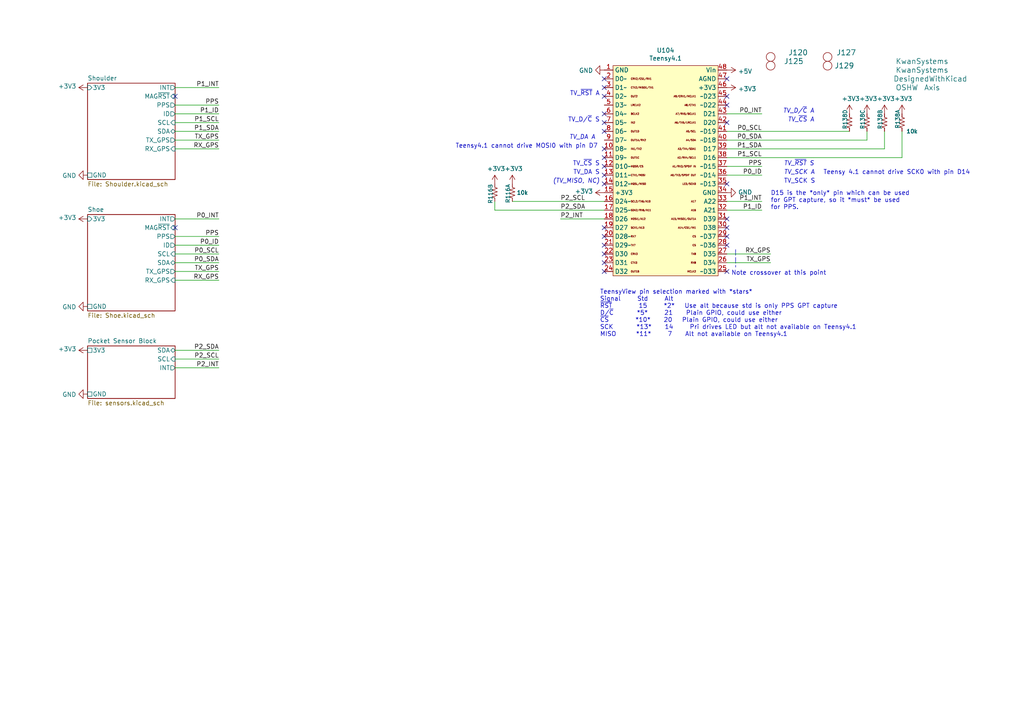
<source format=kicad_sch>
(kicad_sch (version 20211123) (generator eeschema)
  (paper "A4")
  (lib_symbols
    (symbol "KwanSystems:DesignedWithKicad" (pin_names (offset 1.016))
      (property "Value" "DesignedWithKicad" (at 0 0 0))
    )
    (symbol "KwanSystems:KwanSystems" (pin_names (offset 1.016))
      (property "Value" "KwanSystems" (at 0 0 0))
    )
    (symbol "KwanSystems:OSHW" (pin_names (offset 1.016))
      (property "Value" "OSHW" (at 0 0 0))
    )
    (symbol "KwanSystems:RP2" (pin_numbers hide) (pin_names (offset 0) hide)
      (property "Reference" "R" (at -1.27 1.27 0))
      (property "Value" "RP2" (at -1.27 -2.54 0))
      (symbol "RP2_0_1"
        (polyline (pts (xy 0 0) (xy -0.254 0.762) (xy -0.762 -0.762) (xy -1.27 0.762) (xy -1.524 0)))
        (polyline (pts (xy 0 0) (xy 0.254 -0.762) (xy 0.762 0.762) (xy 1.27 -0.762) (xy 1.524 0)))
      )
      (symbol "RP2_1_1"
        (pin passive line (at -2.54 0 0) (length 0.9906) (name "4") (number "1"))
        (pin passive line (at 2.54 0 180) (length 0.9906) (name "3") (number "4"))
      )
      (symbol "RP2_2_1"
        (pin passive line (at -2.54 0 0) (length 0.9906) (name "4") (number "2"))
        (pin passive line (at 2.54 0 180) (length 0.9906) (name "3") (number "3"))
      )
    )
    (symbol "KwanSystems:RP4" (pin_numbers hide) (pin_names (offset 0) hide)
      (property "Reference" "R" (at -1.27 1.27 0))
      (property "Value" "RP4" (at -1.27 -2.54 0))
      (symbol "RP4_0_1"
        (polyline (pts (xy 0 0) (xy -0.254 0.762) (xy -0.762 -0.762) (xy -1.27 0.762) (xy -1.524 0)))
        (polyline (pts (xy 0 0) (xy 0.254 -0.762) (xy 0.762 0.762) (xy 1.27 -0.762) (xy 1.524 0)))
      )
      (symbol "RP4_1_1"
        (pin passive line (at -2.54 0 0) (length 0.9906) (name "4") (number "1"))
        (pin passive line (at 2.54 0 180) (length 0.9906) (name "5") (number "8"))
      )
      (symbol "RP4_2_1"
        (pin passive line (at -2.54 0 0) (length 0.9906) (name "4") (number "2"))
        (pin passive line (at 2.54 0 180) (length 0.9906) (name "5") (number "7"))
      )
      (symbol "RP4_3_1"
        (pin passive line (at -2.54 0 0) (length 0.9906) (name "4") (number "3"))
        (pin passive line (at 2.54 0 180) (length 0.9906) (name "5") (number "6"))
      )
      (symbol "RP4_4_1"
        (pin passive line (at -2.54 0 0) (length 0.9906) (name "4") (number "4"))
        (pin passive line (at 2.54 0 180) (length 0.9906) (name "5") (number "5"))
      )
    )
    (symbol "KwanSystems:STANDOFF" (pin_names (offset 1.016))
      (property "Reference" "J" (at 0 3.81 0))
      (property "Value" "STANDOFF" (at 0 -3.81 0))
      (symbol "STANDOFF_0_1"
        (circle (center 0 0) (radius 1.27))
      )
    )
    (symbol "KwanSystems:Teensy4.1"
      (property "Reference" "U" (at -15.24 33.02 0))
      (property "Value" "Teensy4.1" (at 15.24 -30.48 0))
      (symbol "Teensy4.1_0_0"
        (rectangle (start -15.24 31.75) (end 15.24 -29.21) (fill (type background)))
        (text "A0/TX3/SPDIF OUT" (at 8.89 0 0) (effects (font (size 0.508 0.508)) (justify right)))
        (text "A1/RX3/SPDIF IN" (at 8.89 2.54 0) (effects (font (size 0.508 0.508)) (justify right)))
        (text "A14/CS1/IN1" (at 8.89 -15.24 0) (effects (font (size 0.508 0.508)) (justify right)))
        (text "A15/MISO1/OUT1A" (at 8.89 -12.7 0) (effects (font (size 0.508 0.508)) (justify right)))
        (text "A16" (at 8.89 -10.16 0) (effects (font (size 0.508 0.508)) (justify right)))
        (text "A17" (at 8.89 -7.62 0) (effects (font (size 0.508 0.508)) (justify right)))
        (text "A2/RX4/SCL1" (at 8.89 5.08 0) (effects (font (size 0.508 0.508)) (justify right)))
        (text "A3/TX4/SDA1" (at 8.89 7.62 0) (effects (font (size 0.508 0.508)) (justify right)))
        (text "A4/SDA" (at 8.89 10.16 0) (effects (font (size 0.508 0.508)) (justify right)))
        (text "A5/SCL" (at 8.89 12.7 0) (effects (font (size 0.508 0.508)) (justify right)))
        (text "A6/TX5/LRCLK1" (at 8.89 15.24 0) (effects (font (size 0.508 0.508)) (justify right)))
        (text "A7/RX5/BCLK1" (at 8.89 17.78 0) (effects (font (size 0.508 0.508)) (justify right)))
        (text "A8/CTX1" (at 8.89 20.32 0) (effects (font (size 0.508 0.508)) (justify right)))
        (text "A9/CRX1/MCLK1" (at 8.89 22.86 0) (effects (font (size 0.508 0.508)) (justify right)))
        (text "BCLK2" (at -10.16 17.78 0) (effects (font (size 0.508 0.508)) (justify left)))
        (text "CRX2/CS1/RX1" (at -10.16 27.94 0) (effects (font (size 0.508 0.508)) (justify left)))
        (text "CRX3" (at -10.16 -22.86 0) (effects (font (size 0.508 0.508)) (justify left)))
        (text "CS" (at 8.89 -20.32 0) (effects (font (size 0.508 0.508)) (justify right)))
        (text "CS" (at 8.89 -17.78 0) (effects (font (size 0.508 0.508)) (justify right)))
        (text "CTX1/MOSI" (at -10.16 0 0) (effects (font (size 0.508 0.508)) (justify left)))
        (text "CTX2/MISO1/TX1" (at -10.16 25.4 0) (effects (font (size 0.508 0.508)) (justify left)))
        (text "CTX3" (at -10.16 -25.4 0) (effects (font (size 0.508 0.508)) (justify left)))
        (text "IN1/TX2" (at -10.16 7.62 0) (effects (font (size 0.508 0.508)) (justify left)))
        (text "IN2" (at -10.16 15.24 0) (effects (font (size 0.508 0.508)) (justify left)))
        (text "LED/SCK0" (at 8.89 -2.54 0) (effects (font (size 0.508 0.508)) (justify right)))
        (text "LRCLK2" (at -10.16 20.32 0) (effects (font (size 0.508 0.508)) (justify left)))
        (text "MCLK2" (at 8.89 -27.94 0) (effects (font (size 0.508 0.508)) (justify right)))
        (text "MOSI1/A12" (at -10.16 -12.7 0) (effects (font (size 0.508 0.508)) (justify left)))
        (text "MQSL/MISO" (at -10.16 -2.54 0) (effects (font (size 0.508 0.508)) (justify left)))
        (text "MQSR/CS" (at -10.16 2.54 0) (effects (font (size 0.508 0.508)) (justify left)))
        (text "OUT1A/RX2" (at -10.16 10.16 0) (effects (font (size 0.508 0.508)) (justify left)))
        (text "OUT1B" (at -10.16 -27.94 0) (effects (font (size 0.508 0.508)) (justify left)))
        (text "OUT1C" (at -10.16 5.08 0) (effects (font (size 0.508 0.508)) (justify left)))
        (text "OUT1D" (at -10.16 12.7 0) (effects (font (size 0.508 0.508)) (justify left)))
        (text "OUT2" (at -10.16 22.86 0) (effects (font (size 0.508 0.508)) (justify left)))
        (text "RX7" (at -10.16 -17.78 0) (effects (font (size 0.508 0.508)) (justify left)))
        (text "RX8" (at 8.89 -25.4 0) (effects (font (size 0.508 0.508)) (justify right)))
        (text "SCK1/A13" (at -10.16 -15.24 0) (effects (font (size 0.508 0.508)) (justify left)))
        (text "SCL2/TX6/A10" (at -10.16 -7.62 0) (effects (font (size 0.508 0.508)) (justify left)))
        (text "SDA2/RX6/A11" (at -10.16 -10.16 0) (effects (font (size 0.508 0.508)) (justify left)))
        (text "TX7" (at -10.16 -20.32 0) (effects (font (size 0.508 0.508)) (justify left)))
        (text "TX8" (at 8.89 -22.86 0) (effects (font (size 0.508 0.508)) (justify right)))
      )
      (symbol "Teensy4.1_1_1"
        (pin passive line (at -17.78 30.48 0) (length 2.54) (name "GND") (number "1"))
        (pin bidirectional line (at -17.78 7.62 0) (length 2.54) (name "D8~") (number "10"))
        (pin bidirectional line (at -17.78 5.08 0) (length 2.54) (name "D9~") (number "11"))
        (pin bidirectional line (at -17.78 2.54 0) (length 2.54) (name "D10~") (number "12"))
        (pin bidirectional line (at -17.78 0 0) (length 2.54) (name "D11~") (number "13"))
        (pin bidirectional line (at -17.78 -2.54 0) (length 2.54) (name "D12~") (number "14"))
        (pin passive line (at -17.78 -5.08 0) (length 2.54) (name "+3V3") (number "15"))
        (pin bidirectional line (at -17.78 -7.62 0) (length 2.54) (name "D24~") (number "16"))
        (pin bidirectional line (at -17.78 -10.16 0) (length 2.54) (name "D25~") (number "17"))
        (pin bidirectional line (at -17.78 -12.7 0) (length 2.54) (name "D26") (number "18"))
        (pin bidirectional line (at -17.78 -15.24 0) (length 2.54) (name "D27") (number "19"))
        (pin bidirectional line (at -17.78 27.94 0) (length 2.54) (name "D0~") (number "2"))
        (pin bidirectional line (at -17.78 -17.78 0) (length 2.54) (name "D28~") (number "20"))
        (pin bidirectional line (at -17.78 -20.32 0) (length 2.54) (name "D29~") (number "21"))
        (pin bidirectional line (at -17.78 -22.86 0) (length 2.54) (name "D30") (number "22"))
        (pin bidirectional line (at -17.78 -25.4 0) (length 2.54) (name "D31") (number "23"))
        (pin bidirectional line (at -17.78 -27.94 0) (length 2.54) (name "D32") (number "24"))
        (pin bidirectional line (at 17.78 -27.94 180) (length 2.54) (name "~D33") (number "25"))
        (pin bidirectional line (at 17.78 -25.4 180) (length 2.54) (name "D34") (number "26"))
        (pin bidirectional line (at 17.78 -22.86 180) (length 2.54) (name "D35") (number "27"))
        (pin bidirectional line (at 17.78 -20.32 180) (length 2.54) (name "~D36") (number "28"))
        (pin bidirectional line (at 17.78 -17.78 180) (length 2.54) (name "~D37") (number "29"))
        (pin bidirectional line (at -17.78 25.4 0) (length 2.54) (name "D1~") (number "3"))
        (pin bidirectional line (at 17.78 -15.24 180) (length 2.54) (name "D38") (number "30"))
        (pin bidirectional line (at 17.78 -12.7 180) (length 2.54) (name "D39") (number "31"))
        (pin bidirectional line (at 17.78 -10.16 180) (length 2.54) (name "A21") (number "32"))
        (pin bidirectional line (at 17.78 -7.62 180) (length 2.54) (name "A22") (number "33"))
        (pin power_out line (at 17.78 -5.08 180) (length 2.54) (name "GND") (number "34"))
        (pin bidirectional line (at 17.78 -2.54 180) (length 2.54) (name "~D13") (number "35"))
        (pin bidirectional line (at 17.78 0 180) (length 2.54) (name "~D14") (number "36"))
        (pin bidirectional line (at 17.78 2.54 180) (length 2.54) (name "~D15") (number "37"))
        (pin bidirectional line (at 17.78 5.08 180) (length 2.54) (name "D16") (number "38"))
        (pin bidirectional line (at 17.78 7.62 180) (length 2.54) (name "D17") (number "39"))
        (pin bidirectional line (at -17.78 22.86 0) (length 2.54) (name "D2~") (number "4"))
        (pin bidirectional line (at 17.78 10.16 180) (length 2.54) (name "~D18") (number "40"))
        (pin bidirectional line (at 17.78 12.7 180) (length 2.54) (name "~D19") (number "41"))
        (pin bidirectional line (at 17.78 15.24 180) (length 2.54) (name "D20") (number "42"))
        (pin bidirectional line (at 17.78 17.78 180) (length 2.54) (name "D21") (number "43"))
        (pin bidirectional line (at 17.78 20.32 180) (length 2.54) (name "~D22") (number "44"))
        (pin bidirectional line (at 17.78 22.86 180) (length 2.54) (name "~D23") (number "45"))
        (pin power_out line (at 17.78 25.4 180) (length 2.54) (name "+3V3") (number "46"))
        (pin passive line (at 17.78 27.94 180) (length 2.54) (name "AGND") (number "47"))
        (pin bidirectional line (at 17.78 30.48 180) (length 2.54) (name "Vin") (number "48"))
        (pin bidirectional line (at -17.78 20.32 0) (length 2.54) (name "D3~") (number "5"))
        (pin bidirectional line (at -17.78 17.78 0) (length 2.54) (name "D4~") (number "6"))
        (pin bidirectional line (at -17.78 15.24 0) (length 2.54) (name "D5~") (number "7"))
        (pin bidirectional line (at -17.78 12.7 0) (length 2.54) (name "D6~") (number "8"))
        (pin bidirectional line (at -17.78 10.16 0) (length 2.54) (name "D7~") (number "9"))
      )
    )
    (symbol "power:+3V3" (power) (pin_names (offset 0))
      (property "Value" "+3V3" (at 0 3.556 0))
      (symbol "+3V3_0_1"
        (polyline (pts (xy -0.762 1.27) (xy 0 2.54)))
        (polyline (pts (xy 0 0) (xy 0 2.54)))
        (polyline (pts (xy 0 2.54) (xy 0.762 1.27)))
      )
      (symbol "+3V3_1_1"
        (pin power_in line (at 0 0 90) (length 0) hide (name "+3V3") (number "1"))
      )
    )
    (symbol "power:+5V" (power) (pin_names (offset 0))
      (property "Value" "+5V" (at 0 3.556 0))
      (symbol "+5V_0_1"
        (polyline (pts (xy -0.762 1.27) (xy 0 2.54)))
        (polyline (pts (xy 0 0) (xy 0 2.54)))
        (polyline (pts (xy 0 2.54) (xy 0.762 1.27)))
      )
      (symbol "+5V_1_1"
        (pin power_in line (at 0 0 90) (length 0) hide (name "+5V") (number "1"))
      )
    )
    (symbol "power:GND" (power) (pin_names (offset 0))
      (property "Value" "GND" (at 0 -3.81 0))
      (symbol "GND_0_1"
        (polyline (pts (xy 0 0) (xy 0 -1.27) (xy 1.27 -1.27) (xy 0 -2.54) (xy -1.27 -1.27) (xy 0 -1.27)))
      )
      (symbol "GND_1_1"
        (pin power_in line (at 0 0 270) (length 0) hide (name "GND") (number "1"))
      )
    )
  )
  (no_connect (at 210.82 68.58))
  (no_connect (at 175.26 33.02))
  (no_connect (at 175.26 76.2))
  (no_connect (at 210.82 22.86))
  (no_connect (at 175.26 43.18))
  (no_connect (at 175.26 25.4))
  (no_connect (at 50.8 66.04))
  (no_connect (at 175.26 48.26))
  (no_connect (at 175.26 78.74))
  (no_connect (at 210.82 66.04))
  (no_connect (at 175.26 22.86))
  (no_connect (at 175.26 35.56))
  (no_connect (at 175.26 50.8))
  (no_connect (at 175.26 53.34))
  (no_connect (at 210.82 78.74))
  (no_connect (at 175.26 45.72))
  (no_connect (at 175.26 66.04))
  (no_connect (at 210.82 35.56))
  (no_connect (at 210.82 71.12))
  (no_connect (at 175.26 68.58))
  (no_connect (at 210.82 63.5))
  (no_connect (at 50.8 27.94))
  (no_connect (at 175.26 71.12))
  (no_connect (at 210.82 53.34))
  (no_connect (at 210.82 27.94))
  (no_connect (at 175.26 27.94))
  (no_connect (at 210.82 30.48))
  (no_connect (at 175.26 38.1))
  (no_connect (at 175.26 73.66))
  (wire (pts (xy 50.8 40.64) (xy 63.5 40.64)))
  (wire (pts (xy 50.8 81.28) (xy 63.5 81.28)))
  (wire (pts (xy 50.8 63.5) (xy 63.5 63.5)))
  (wire (pts (xy 210.82 45.72) (xy 261.62 45.72)))
  (polyline (pts (xy 213.36 72.39) (xy 213.36 77.47)))
  (wire (pts (xy 50.8 101.6) (xy 63.5 101.6)))
  (wire (pts (xy 210.82 33.02) (xy 220.98 33.02)))
  (wire (pts (xy 223.52 76.2) (xy 210.82 76.2)))
  (wire (pts (xy 175.26 58.42) (xy 148.59 58.42)))
  (wire (pts (xy 50.8 30.48) (xy 63.5 30.48)))
  (wire (pts (xy 223.52 73.66) (xy 210.82 73.66)))
  (wire (pts (xy 50.8 106.68) (xy 63.5 106.68)))
  (wire (pts (xy 50.8 38.1) (xy 63.5 38.1)))
  (wire (pts (xy 210.82 48.26) (xy 220.98 48.26)))
  (wire (pts (xy 261.62 45.72) (xy 261.62 38.1)))
  (wire (pts (xy 220.98 58.42) (xy 210.82 58.42)))
  (wire (pts (xy 50.8 43.18) (xy 63.5 43.18)))
  (wire (pts (xy 143.51 60.96) (xy 175.26 60.96)))
  (wire (pts (xy 50.8 33.02) (xy 63.5 33.02)))
  (wire (pts (xy 50.8 78.74) (xy 63.5 78.74)))
  (wire (pts (xy 210.82 38.1) (xy 246.38 38.1)))
  (wire (pts (xy 256.54 43.18) (xy 256.54 38.1)))
  (wire (pts (xy 220.98 50.8) (xy 210.82 50.8)))
  (wire (pts (xy 210.82 43.18) (xy 256.54 43.18)))
  (wire (pts (xy 175.26 63.5) (xy 162.56 63.5)))
  (wire (pts (xy 50.8 35.56) (xy 63.5 35.56)))
  (wire (pts (xy 251.46 40.64) (xy 251.46 38.1)))
  (wire (pts (xy 220.98 60.96) (xy 210.82 60.96)))
  (wire (pts (xy 143.51 60.96) (xy 143.51 58.42)))
  (wire (pts (xy 50.8 68.58) (xy 63.5 68.58)))
  (wire (pts (xy 50.8 76.2) (xy 63.5 76.2)))
  (wire (pts (xy 210.82 40.64) (xy 251.46 40.64)))
  (wire (pts (xy 50.8 104.14) (xy 63.5 104.14)))
  (wire (pts (xy 50.8 25.4) (xy 63.5 25.4)))
  (wire (pts (xy 50.8 71.12) (xy 63.5 71.12)))
  (wire (pts (xy 50.8 73.66) (xy 63.5 73.66)))
  (text "TV_~{RST} S" (at 227.33 48.26 0) (effects (font (size 1.27 1.27) italic) (justify left bottom)))
  (text "TV_SCK A" (at 227.33 50.8 0) (effects (font (size 1.27 1.27) italic) (justify left bottom)))
  (text "TV_~{RST} A" (at 173.99 27.94 180) (effects (font (size 1.27 1.27)) (justify right bottom)))
  (text "TeensyView pin selection marked with *stars*\nSignal     Std     Alt    \n~{RST}        15     *2*   Use alt because std is only PPS GPT capture\nD/~{C}       *5*     21    Plain GPIO, could use either\n~{CS}        *10*    20   Plain GPIO, could use either\nSCK       *13*    14     Pri drives LED but alt not available on Teensy4.1\nMISO      *11*     7    Alt not available on Teensy4.1" (at 173.99 97.79 0) (effects (font (size 1.27 1.27)) (justify left bottom)))
  (text "(TV_MISO, NC)" (at 173.99 53.34 180) (effects (font (size 1.27 1.27) italic) (justify right bottom)))
  (text "Teensy 4.1 cannot drive SCK0 with pin D14" (at 238.76 50.8 0) (effects (font (size 1.27 1.27)) (justify left bottom)))
  (text "TV_D/~{C} A" (at 236.22 33.02 180) (effects (font (size 1.27 1.27) italic) (justify right bottom)))
  (text "Teensy4.1 cannot drive MOSI0 with pin D7" (at 132.08 43.18 0) (effects (font (size 1.27 1.27)) (justify left bottom)))
  (text "TV_D/~{C} S" (at 173.99 35.56 180) (effects (font (size 1.27 1.27)) (justify right bottom)))
  (text "TV_~{CS} A" (at 236.22 35.56 180) (effects (font (size 1.27 1.27) italic) (justify right bottom)))
  (text "D15 is the *only* pin which can be used\nfor GPT capture, so it *must* be used\nfor PPS." (at 223.52 60.96 0) (effects (font (size 1.27 1.27)) (justify left bottom)))
  (text "TV_DA S\n" (at 173.99 50.8 180) (effects (font (size 1.27 1.27)) (justify right bottom)))
  (text "TV_~{CS} S" (at 173.99 48.26 180) (effects (font (size 1.27 1.27)) (justify right bottom)))
  (text "TV_SCK S" (at 227.33 53.34 0) (effects (font (size 1.27 1.27)) (justify left bottom)))
  (text "Note crossover at this point" (at 212.09 80.01 0) (effects (font (size 1.27 1.27)) (justify left bottom)))
  (text "TV_DA A\n" (at 172.72 40.64 180) (effects (font (size 1.27 1.27) italic) (justify right bottom)))
  (label "P0_SDA" (at 63.5 76.2 180))
  (label "P2_INT" (at 63.5 106.68 180))
  (label "P0_SCL" (at 220.98 38.1 180))
  (label "TX_GPS" (at 63.5 40.64 180))
  (label "P1_INT" (at 220.98 58.42 180))
  (label "P2_INT" (at 162.56 63.5 0))
  (label "P1_ID" (at 220.98 60.96 180))
  (label "P1_SCL" (at 63.5 35.56 180))
  (label "P0_ID" (at 63.5 71.12 180))
  (label "P1_ID" (at 63.5 33.02 180))
  (label "P2_SCL" (at 162.56 58.42 0))
  (label "P0_SDA" (at 220.98 40.64 180))
  (label "P1_SDA" (at 220.98 43.18 180))
  (label "PPS" (at 220.98 48.26 180))
  (label "PPS" (at 63.5 30.48 180))
  (label "P0_INT" (at 220.98 33.02 180))
  (label "P2_SCL" (at 63.5 104.14 180))
  (label "P1_SDA" (at 63.5 38.1 180))
  (label "P1_SCL" (at 220.98 45.72 180))
  (label "RX_GPS" (at 63.5 81.28 180))
  (label "P0_SCL" (at 63.5 73.66 180))
  (label "P2_SDA" (at 63.5 101.6 180))
  (label "TX_GPS" (at 63.5 78.74 180))
  (label "TX_GPS" (at 223.52 76.2 180))
  (label "RX_GPS" (at 63.5 43.18 180))
  (label "RX_GPS" (at 223.52 73.66 180))
  (label "P0_ID" (at 220.98 50.8 180))
  (label "P1_INT" (at 63.5 25.4 180))
  (label "PPS" (at 63.5 68.58 180))
  (label "P0_INT" (at 63.5 63.5 180))
  (label "P2_SDA" (at 162.56 60.96 0))
  (symbol (lib_id "KwanSystems:DesignedWithKicad") (at 257.81 22.86 0) (unit 1)
    (property "Reference" "G103" (effects hide))
    (property "Value" "DesignedWithKicad" (at 259.08 22.86 0) (effects (font (size 1.524 1.524)) (justify left)))
    (property "Footprint" "KwanSystems:Symbol_KiCAD-Logo_CopperAndSilkScreenTop_small" (effects hide))
  )
  (symbol (lib_id "KwanSystems:STANDOFF") (at 240.03 16.51 0) (unit 1)
    (property "Reference" "J127" (at 242.57 15.24 0) (effects (font (size 1.524 1.524)) (justify left)))
    (property "Value" "STANDOFF" (effects hide))
    (property "Footprint" "KwanSystems:STANDOFF_NONPLATED" (effects hide))
  )
  (symbol (lib_id "power:+3V3") (at 175.26 55.88 90) (unit 1)
    (property "Reference" "#PWR0113" (effects hide))
    (property "Value" "+3V3" (at 172.0088 55.499 90) (effects (justify left)))
  )
  (symbol (lib_id "power:+3V3") (at 261.62 33.02 0) (unit 1)
    (property "Reference" "#PWR0105" (effects hide))
    (property "Value" "+3V3" (at 262.001 28.6258 0))
  )
  (symbol (lib_id "power:+3V3") (at 143.51 53.34 0) (unit 1)
    (property "Reference" "#PWR0108" (effects hide))
    (property "Value" "+3V3" (at 143.891 48.9458 0))
  )
  (symbol (lib_id "KwanSystems:KwanSystems") (at 259.08 17.78 0) (unit 1)
    (property "Reference" "G101" (effects hide))
    (property "Value" "KwanSystems" (at 259.715 17.78 0) (effects (font (size 1.524 1.524)) (justify left)))
    (property "Footprint" "KwanSystems:StKwansSoldermask" (effects hide))
  )
  (symbol (lib_id "power:GND") (at 25.4 114.3 270) (unit 1)
    (property "Reference" "#PWR0117" (effects hide))
    (property "Value" "GND" (at 22.1488 114.427 90) (effects (justify right)))
  )
  (symbol (lib_id "power:+5V") (at 210.82 20.32 270) (unit 1)
    (property "Reference" "#PWR0103" (effects hide))
    (property "Value" "+5V" (at 214.0712 20.701 90) (effects (justify left)))
  )
  (symbol (lib_id "power:GND") (at 210.82 55.88 90) (unit 1)
    (property "Reference" "#PWR0101" (effects hide))
    (property "Value" "GND" (at 214.0712 55.753 90) (effects (justify right)))
  )
  (symbol (lib_id "KwanSystems:OSHW") (at 273.05 27.94 0) (unit 1)
    (property "Reference" "G105" (effects hide))
    (property "Value" "Axis" (at 267.97 25.4 0) (effects (font (size 1.524 1.524)) (justify left)))
    (property "Footprint" "KwanSystems:Axis" (effects hide))
  )
  (symbol (lib_id "KwanSystems:RP4") (at 256.54 35.56 90) (unit 2)
    (property "Reference" "R138" (at 255.27 31.75 0) (effects (font (size 1.143 1.143)) (justify right)))
    (property "Value" "10k" (at 262.89 38.1 90) (effects (font (size 1.143 1.143)) (justify right)))
    (property "Footprint" "KwanSystems:R_Array_Convex_4x0402" (effects hide))
  )
  (symbol (lib_id "KwanSystems:RP4") (at 246.38 35.56 90) (unit 4)
    (property "Reference" "R138" (at 245.11 31.75 0) (effects (font (size 1.143 1.143)) (justify right)))
    (property "Value" "10k" (at 262.89 38.1 90) (effects (font (size 1.143 1.143)) (justify right)))
    (property "Footprint" "KwanSystems:R_Array_Convex_4x0402" (effects hide))
  )
  (symbol (lib_id "power:+3V3") (at 25.4 63.5 90) (unit 1)
    (property "Reference" "#PWR0114" (effects hide))
    (property "Value" "+3V3" (at 22.1488 63.119 90) (effects (justify left)))
  )
  (symbol (lib_id "KwanSystems:Teensy4.1") (at 193.04 50.8 0) (unit 1)
    (property "Reference" "U104" (at 193.04 14.605 0))
    (property "Value" "Teensy4.1" (at 193.04 16.9164 0))
    (property "Footprint" "KwanSystems:Teensy2x24" (effects hide))
    (property "Digikey" "1568-DEV-16771-ND" (effects hide))
    (property "Purpose" "Microcontroller" (effects hide))
  )
  (symbol (lib_id "power:+3V3") (at 25.4 101.6 90) (unit 1)
    (property "Reference" "#PWR0116" (effects hide))
    (property "Value" "+3V3" (at 22.1488 101.219 90) (effects (justify left)))
  )
  (symbol (lib_id "KwanSystems:KwanSystems") (at 259.08 20.32 0) (unit 1)
    (property "Reference" "G102" (effects hide))
    (property "Value" "KwanSystems" (at 259.715 20.32 0) (effects (font (size 1.524 1.524)) (justify left)))
    (property "Footprint" "KwanSystems:StKwansSoldermask" (effects hide))
  )
  (symbol (lib_id "power:+3V3") (at 25.4 25.4 90) (unit 1)
    (property "Reference" "#PWR0110" (effects hide))
    (property "Value" "+3V3" (at 22.1488 25.019 90) (effects (justify left)))
  )
  (symbol (lib_id "power:GND") (at 25.4 50.8 270) (unit 1)
    (property "Reference" "#PWR0111" (effects hide))
    (property "Value" "GND" (at 22.1488 50.927 90) (effects (justify right)))
  )
  (symbol (lib_id "KwanSystems:STANDOFF") (at 223.52 19.05 0) (unit 1)
    (property "Reference" "J125" (at 227.33 17.78 0) (effects (font (size 1.524 1.524)) (justify left)))
    (property "Value" "STANDOFF" (effects hide))
    (property "Footprint" "KwanSystems:STANDOFF_NONPLATED" (effects hide))
  )
  (symbol (lib_id "KwanSystems:RP4") (at 261.62 35.56 90) (unit 1)
    (property "Reference" "R138" (at 260.35 31.75 0) (effects (font (size 1.143 1.143)) (justify right)))
    (property "Value" "10k" (at 262.89 38.1 90) (effects (font (size 1.143 1.143)) (justify right)))
    (property "Footprint" "KwanSystems:R_Array_Convex_4x0402" (effects hide))
  )
  (symbol (lib_id "KwanSystems:RP2") (at 143.51 55.88 90) (unit 2)
    (property "Reference" "R116" (at 142.24 53.34 0) (effects (font (size 1.143 1.143)) (justify right)))
    (property "Value" "10k" (at 149.86 55.88 90) (effects (font (size 1.143 1.143)) (justify right)))
    (property "Footprint" "KwanSystems:R_Array_Convex_2x0402" (effects hide))
  )
  (symbol (lib_id "KwanSystems:RP4") (at 251.46 35.56 90) (unit 3)
    (property "Reference" "R138" (at 250.19 31.75 0) (effects (font (size 1.143 1.143)) (justify right)))
    (property "Value" "10k" (at 262.89 38.1 90) (effects (font (size 1.143 1.143)) (justify right)))
    (property "Footprint" "KwanSystems:R_Array_Convex_4x0402" (effects hide))
  )
  (symbol (lib_id "KwanSystems:OSHW") (at 259.08 25.4 0) (unit 1)
    (property "Reference" "G104" (effects hide))
    (property "Value" "OSHW" (at 259.715 25.4 0) (effects (font (size 1.524 1.524)) (justify left)))
    (property "Footprint" "KwanSystems:OSHW-Symbol_6.7x6mm_SolderMask" (effects hide))
  )
  (symbol (lib_id "power:+3V3") (at 251.46 33.02 0) (unit 1)
    (property "Reference" "#PWR0107" (effects hide))
    (property "Value" "+3V3" (at 251.841 28.6258 0))
  )
  (symbol (lib_id "KwanSystems:STANDOFF") (at 223.52 16.51 0) (unit 1)
    (property "Reference" "J120" (at 228.6 15.24 0) (effects (font (size 1.524 1.524)) (justify left)))
    (property "Value" "STANDOFF" (effects hide))
    (property "Footprint" "KwanSystems:STANDOFF_NONPLATED" (effects hide))
  )
  (symbol (lib_id "KwanSystems:STANDOFF") (at 240.03 19.05 0) (unit 1)
    (property "Reference" "J129" (at 242.0112 19.05 0) (effects (font (size 1.524 1.524)) (justify left)))
    (property "Value" "STANDOFF" (effects hide))
    (property "Footprint" "KwanSystems:STANDOFF_NONPLATED" (effects hide))
  )
  (symbol (lib_id "KwanSystems:RP2") (at 148.59 55.88 90) (unit 1)
    (property "Reference" "R116" (at 147.32 53.34 0) (effects (font (size 1.143 1.143)) (justify right)))
    (property "Value" "10k" (at 149.86 55.88 90) (effects (font (size 1.143 1.143)) (justify right)))
    (property "Footprint" "KwanSystems:R_Array_Convex_2x0402" (effects hide))
  )
  (symbol (lib_id "power:GND") (at 175.26 20.32 270) (unit 1)
    (property "Reference" "#PWR0109" (effects hide))
    (property "Value" "GND" (at 172.0088 20.447 90) (effects (justify right)))
  )
  (symbol (lib_id "power:+3V3") (at 256.54 33.02 0) (unit 1)
    (property "Reference" "#PWR0104" (effects hide))
    (property "Value" "+3V3" (at 256.921 28.6258 0))
  )
  (symbol (lib_id "power:+3V3") (at 148.59 53.34 0) (unit 1)
    (property "Reference" "#PWR0112" (effects hide))
    (property "Value" "+3V3" (at 148.971 48.9458 0))
  )
  (symbol (lib_id "power:+3V3") (at 246.38 33.02 0) (unit 1)
    (property "Reference" "#PWR0106" (effects hide))
    (property "Value" "+3V3" (at 246.761 28.6258 0))
  )
  (symbol (lib_id "power:+3V3") (at 210.82 25.4 270) (unit 1)
    (property "Reference" "#PWR0102" (effects hide))
    (property "Value" "+3V3" (at 214.0712 25.781 90) (effects (justify left)))
  )
  (symbol (lib_id "power:GND") (at 25.4 88.9 270) (unit 1)
    (property "Reference" "#PWR0115" (effects hide))
    (property "Value" "GND" (at 22.1488 89.027 90) (effects (justify right)))
  )
  (sheet (at 25.4 62.23) (size 25.4 27.94) (stroke (width 0.1524))
    (property "Sheet name" "Shoe" (at 25.4 61.5184 0) (effects (justify left bottom)))
    (property "Sheet file" "Shoe.kicad_sch" (at 25.4 90.7546 0) (effects (justify left top)))
    (pin "PPS" output (at 50.8 68.58 0))
    (pin "INT" output (at 50.8 63.5 0))
    (pin "MAG~{RST}" input (at 50.8 66.04 0))
    (pin "ID" output (at 50.8 71.12 0))
    (pin "GND" passive (at 25.4 88.9 180))
    (pin "3V3" input (at 25.4 63.5 180))
    (pin "SCL" input (at 50.8 73.66 0))
    (pin "SDA" bidirectional (at 50.8 76.2 0))
    (pin "RX_GPS" input (at 50.8 81.28 0))
    (pin "TX_GPS" output (at 50.8 78.74 0))
  )
  (sheet (at 25.4 100.33) (size 25.4 15.24) (stroke (width 0.1524))
    (property "Sheet name" "Pocket Sensor Block" (at 25.4 99.6184 0) (effects (justify left bottom)))
    (property "Sheet file" "sensors.kicad_sch" (at 25.4 116.1546 0) (effects (justify left top)))
    (pin "GND" passive (at 25.4 114.3 180))
    (pin "SCL" input (at 50.8 104.14 0))
    (pin "SDA" bidirectional (at 50.8 101.6 0))
    (pin "3V3" passive (at 25.4 101.6 180))
    (pin "INT" output (at 50.8 106.68 0))
  )
  (sheet (at 25.4 24.13) (size 25.4 27.94) (stroke (width 0.1524))
    (property "Sheet name" "Shoulder" (at 25.4 23.4184 0) (effects (justify left bottom)))
    (property "Sheet file" "Shoulder.kicad_sch" (at 25.4 52.6546 0) (effects (justify left top)))
    (pin "PPS" output (at 50.8 30.48 0))
    (pin "INT" output (at 50.8 25.4 0))
    (pin "MAG~{RST}" input (at 50.8 27.94 0))
    (pin "ID" output (at 50.8 33.02 0))
    (pin "GND" passive (at 25.4 50.8 180))
    (pin "3V3" input (at 25.4 25.4 180))
    (pin "SCL" input (at 50.8 35.56 0))
    (pin "SDA" bidirectional (at 50.8 38.1 0))
    (pin "TX_GPS" output (at 50.8 40.64 0))
    (pin "RX_GPS" input (at 50.8 43.18 0))
  )
)
</source>
